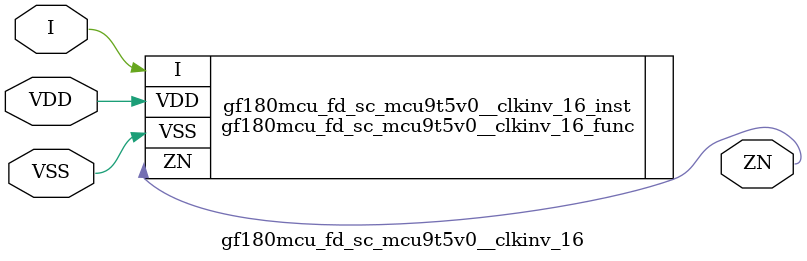
<source format=v>

module gf180mcu_fd_sc_mcu9t5v0__clkinv_16( I, ZN, VDD, VSS );
input I;
inout VDD, VSS;
output ZN;

   `ifdef FUNCTIONAL  //  functional //

	gf180mcu_fd_sc_mcu9t5v0__clkinv_16_func gf180mcu_fd_sc_mcu9t5v0__clkinv_16_behav_inst(.I(I),.ZN(ZN),.VDD(VDD),.VSS(VSS));

   `else

	gf180mcu_fd_sc_mcu9t5v0__clkinv_16_func gf180mcu_fd_sc_mcu9t5v0__clkinv_16_inst(.I(I),.ZN(ZN),.VDD(VDD),.VSS(VSS));

	// spec_gates_begin


	// spec_gates_end



   specify

	// specify_block_begin

	// comb arc I --> ZN
	 (I => ZN) = (1.0,1.0);

	// specify_block_end

   endspecify

   `endif

endmodule

</source>
